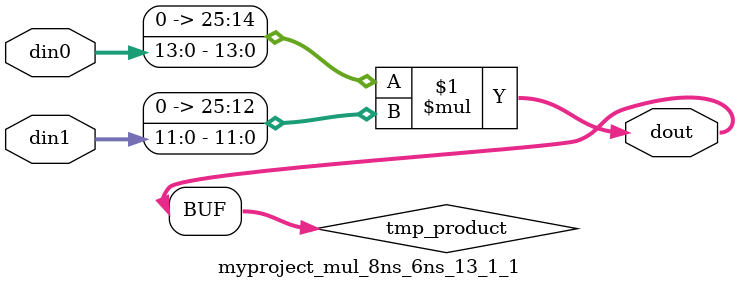
<source format=v>

`timescale 1 ns / 1 ps

 module myproject_mul_8ns_6ns_13_1_1(din0, din1, dout);
parameter ID = 1;
parameter NUM_STAGE = 0;
parameter din0_WIDTH = 14;
parameter din1_WIDTH = 12;
parameter dout_WIDTH = 26;

input [din0_WIDTH - 1 : 0] din0; 
input [din1_WIDTH - 1 : 0] din1; 
output [dout_WIDTH - 1 : 0] dout;

wire signed [dout_WIDTH - 1 : 0] tmp_product;
























assign tmp_product = $signed({1'b0, din0}) * $signed({1'b0, din1});











assign dout = tmp_product;





















endmodule

</source>
